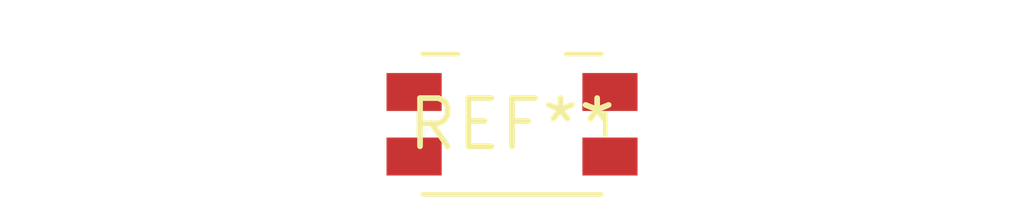
<source format=kicad_pcb>
(kicad_pcb (version 20240108) (generator pcbnew)
  (layers (0 "F.Cu" signal) (31 "B.Cu" signal) (34 "B.Paste" user) (35 "F.Paste" user) (36 "B.SilkS" user "B.Silkscreen") (37 "F.SilkS" user "F.Silkscreen") (38 "B.Mask" user) (39 "F.Mask" user) (44 "Edge.Cuts" user))
  (net 0 "")
  (footprint "Panasonic_EVQPUM_EVQPUD" (layer "F.Cu") (at 0 0)
    (property "Reference" "REF**")
    (property "Value" "Panasonic_EVQPUM_EVQPUD")
    (fp_line (start -2.45 0.275) (end -2.45 -0.275) (layer "F.SilkS") (stroke (width 0.12)))
    (fp_line (start -1.425 -1.85) (end -2.35 -1.85) (layer "F.SilkS") (stroke (width 0.12)))
    (fp_line (start 2.35 -1.85) (end 1.425 -1.85) (layer "F.SilkS") (stroke (width 0.12)))
    (fp_line (start 2.35 1.85) (end -2.35 1.85) (layer "F.SilkS") (stroke (width 0.12)))
    (fp_line (start 2.45 0.275) (end 2.45 -0.275) (layer "F.SilkS") (stroke (width 0.12)))
    (pad "" np_thru_hole circle (at 0 -1.375 180) (size 0.75 0.75) (drill 0.75) (layers *.Cu *.Mask))
    (pad "" np_thru_hole circle (at 0 1.375 180) (size 0.75 0.75) (drill 0.75) (layers *.Cu *.Mask))
    (pad "1" smd rect (at -2.575 -0.85 180) (size 1.45 1) (layers "F.Cu" "F.Paste" "F.Mask"))
    (pad "1" smd rect (at 2.575 -0.85 180) (size 1.45 1) (layers "F.Cu" "F.Paste" "F.Mask"))
    (pad "2" smd rect (at -2.575 0.85 180) (size 1.45 1) (layers "F.Cu" "F.Paste" "F.Mask"))
    (pad "2" smd rect (at 2.575 0.85 180) (size 1.45 1) (layers "F.Cu" "F.Paste" "F.Mask"))
  )
)
</source>
